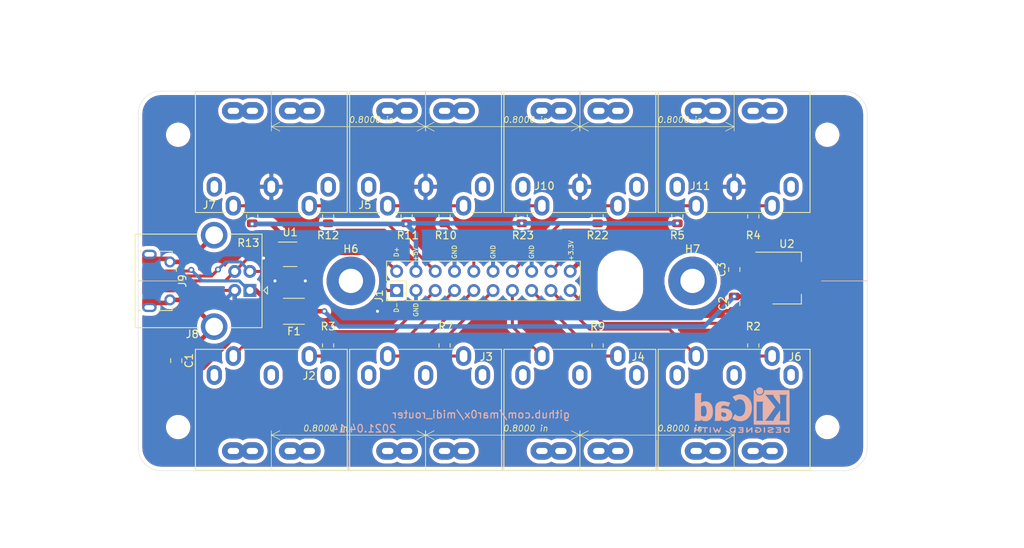
<source format=kicad_pcb>
(kicad_pcb (version 20171130) (host pcbnew "(5.1.8-0-10_14)")
  (layers (0 F.Cu signal) (31 B.Cu signal) (34 B.Paste user) (35 F.Paste user) (36 B.SilkS user) (37 F.SilkS user) (38 B.Mask user) (39 F.Mask user) (44 Edge.Cuts user))
  (net 0 "")
  (net 1 +5V)
  (net 2 GND)
  (net 3 "Net-(J2-Pad3)")
  (net 4 "Net-(J2-Pad1)")
  (net 5 "Net-(J2-Pad4)")
  (net 6 "Net-(J3-Pad4)")
  (net 7 "Net-(J3-Pad1)")
  (net 8 "Net-(J3-Pad3)")
  (net 9 "Net-(J4-Pad3)")
  (net 10 "Net-(J4-Pad1)")
  (net 11 "Net-(J4-Pad4)")
  (net 12 "Net-(J5-Pad4)")
  (net 13 "Net-(J5-Pad1)")
  (net 14 "Net-(J5-Pad3)")
  (net 15 "Net-(J5-Pad5)")
  (net 16 "Net-(J7-Pad5)")
  (net 17 "Net-(J7-Pad3)")
  (net 18 "Net-(J7-Pad1)")
  (net 19 "Net-(J7-Pad4)")
  (net 20 VBUS)
  (net 21 D-)
  (net 22 D+)
  (net 23 "Net-(J10-Pad4)")
  (net 24 "Net-(J10-Pad1)")
  (net 25 "Net-(J10-Pad3)")
  (net 26 "Net-(J10-Pad5)")
  (net 27 "Net-(J9-Pad4)")
  (net 28 SHLD)
  (net 29 OD-)
  (net 30 OD+)
  (net 31 IN1_D)
  (net 32 "Net-(J2-Pad2)")
  (net 33 IN2_D)
  (net 34 "Net-(J3-Pad2)")
  (net 35 IN3_D)
  (net 36 "Net-(J4-Pad2)")
  (net 37 IN1_5V)
  (net 38 IN2_5V)
  (net 39 IN3_5V)
  (net 40 OUT3)
  (net 41 OUT2)
  (net 42 OUT1)
  (net 43 OUT4)
  (net 44 IN4_D)
  (net 45 IN4_5V)
  (net 46 "Net-(J6-Pad3)")
  (net 47 "Net-(J6-Pad2)")
  (net 48 "Net-(J6-Pad1)")
  (net 49 "Net-(J6-Pad4)")
  (net 50 "Net-(J11-Pad4)")
  (net 51 "Net-(J11-Pad1)")
  (net 52 "Net-(J11-Pad3)")
  (net 53 "Net-(J11-Pad5)")
  (net 54 +3V3)
  (module lib:SurgeryHole_5x7mm (layer F.Cu) (at 163.5 115)
    (fp_text reference REF** hide)
    (fp_text value SurgeryHole_5x7mm hide)
    (pad "" np_thru_hole oval (at 0 0) (size 5 7) (drill oval 5 7) (layers *.Cu *.Mask))
  )
  (module Symbol:KiCad-Logo2_5mm_SilkScreen (layer B.Cu) (at 179.5 132 180)
    (fp_text reference REF** hide)
    (fp_text value KiCad-Logo2_5mm_SilkScreen hide)
  )
  (module lib:DIN5MIDI-OOTDTY (layer F.Cu) (at 130.34 102.6)
    (fp_text reference J5 (at -0.5 2.4) (layer F.SilkS))
    (fp_text value DIN-5_180degree)
    (pad "" thru_hole oval (at 12.5 -10) (size 3 2.3) (drill oval 1.5 0.8) (layers *.Cu *.Mask))
    (pad "" thru_hole oval (at 10 -10) (size 3 2.3) (drill oval 1.5 0.8) (layers *.Cu *.Mask))
    (pad "" thru_hole oval (at 5 -10) (size 3 2.3) (drill oval 1.5 0.8) (layers *.Cu *.Mask))
    (pad "" thru_hole oval (at 2.5 -10) (size 3 2.3) (drill oval 1.5 0.8) (layers *.Cu *.Mask))
    (pad 5 thru_hole oval (at 12.5 2.5) (size 2 2.6) (drill oval 1 1.6) (layers *.Cu *.Mask) (net 15 "Net-(J5-Pad5)"))
    (pad 3 thru_hole oval (at 15 0) (size 2 2.6) (drill oval 1 1.6) (layers *.Cu *.Mask) (net 14 "Net-(J5-Pad3)"))
    (pad 2 thru_hole oval (at 7.5 0) (size 2 2.6) (drill oval 1 1.6) (layers *.Cu *.Mask) (net 2 GND))
    (pad 1 thru_hole oval (at 0 0) (size 2 2.6) (drill oval 1 1.6) (layers *.Cu *.Mask) (net 13 "Net-(J5-Pad1)"))
    (pad 4 thru_hole oval (at 2.5 2.5) (size 2 2.6) (drill oval 1 1.6) (layers *.Cu *.Mask) (net 12 "Net-(J5-Pad4)"))
  )
  (module lib:DIN5MIDI-OOTDTY (layer F.Cu) (at 125.02 127.4 180)
    (fp_text reference J2 (at 2.52 -0.1) (layer F.SilkS))
    (fp_text value DIN-5_180degree)
    (pad "" thru_hole oval (at 12.5 -10 180) (size 3 2.3) (drill oval 1.5 0.8) (layers *.Cu *.Mask))
    (pad "" thru_hole oval (at 10 -10 180) (size 3 2.3) (drill oval 1.5 0.8) (layers *.Cu *.Mask))
    (pad "" thru_hole oval (at 5 -10 180) (size 3 2.3) (drill oval 1.5 0.8) (layers *.Cu *.Mask))
    (pad "" thru_hole oval (at 2.5 -10 180) (size 3 2.3) (drill oval 1.5 0.8) (layers *.Cu *.Mask))
    (pad 5 thru_hole oval (at 12.5 2.5 180) (size 2 2.6) (drill oval 1 1.6) (layers *.Cu *.Mask) (net 31 IN1_D))
    (pad 3 thru_hole oval (at 15 0 180) (size 2 2.6) (drill oval 1 1.6) (layers *.Cu *.Mask) (net 3 "Net-(J2-Pad3)"))
    (pad 2 thru_hole oval (at 7.5 0 180) (size 2 2.6) (drill oval 1 1.6) (layers *.Cu *.Mask) (net 32 "Net-(J2-Pad2)"))
    (pad 1 thru_hole oval (at 0 0 180) (size 2 2.6) (drill oval 1 1.6) (layers *.Cu *.Mask) (net 4 "Net-(J2-Pad1)"))
    (pad 4 thru_hole oval (at 2.5 2.5 180) (size 2 2.6) (drill oval 1 1.6) (layers *.Cu *.Mask) (net 5 "Net-(J2-Pad4)"))
  )
  (module lib:DIN5MIDI-OOTDTY (layer F.Cu) (at 145.34 127.4 180)
    (fp_text reference J3 (at -0.5 2.4) (layer F.SilkS))
    (fp_text value DIN-5_180degree)
    (pad "" thru_hole oval (at 12.5 -10 180) (size 3 2.3) (drill oval 1.5 0.8) (layers *.Cu *.Mask))
    (pad "" thru_hole oval (at 10 -10 180) (size 3 2.3) (drill oval 1.5 0.8) (layers *.Cu *.Mask))
    (pad "" thru_hole oval (at 5 -10 180) (size 3 2.3) (drill oval 1.5 0.8) (layers *.Cu *.Mask))
    (pad "" thru_hole oval (at 2.5 -10 180) (size 3 2.3) (drill oval 1.5 0.8) (layers *.Cu *.Mask))
    (pad 5 thru_hole oval (at 12.5 2.5 180) (size 2 2.6) (drill oval 1 1.6) (layers *.Cu *.Mask) (net 33 IN2_D))
    (pad 3 thru_hole oval (at 15 0 180) (size 2 2.6) (drill oval 1 1.6) (layers *.Cu *.Mask) (net 8 "Net-(J3-Pad3)"))
    (pad 2 thru_hole oval (at 7.5 0 180) (size 2 2.6) (drill oval 1 1.6) (layers *.Cu *.Mask) (net 34 "Net-(J3-Pad2)"))
    (pad 1 thru_hole oval (at 0 0 180) (size 2 2.6) (drill oval 1 1.6) (layers *.Cu *.Mask) (net 7 "Net-(J3-Pad1)"))
    (pad 4 thru_hole oval (at 2.5 2.5 180) (size 2 2.6) (drill oval 1 1.6) (layers *.Cu *.Mask) (net 6 "Net-(J3-Pad4)"))
  )
  (module lib:DIN5MIDI-OOTDTY (layer F.Cu) (at 165.66 127.4 180)
    (fp_text reference J4 (at -0.18 2.4) (layer F.SilkS))
    (fp_text value DIN-5_180degree)
    (pad "" thru_hole oval (at 12.5 -10 180) (size 3 2.3) (drill oval 1.5 0.8) (layers *.Cu *.Mask))
    (pad "" thru_hole oval (at 10 -10 180) (size 3 2.3) (drill oval 1.5 0.8) (layers *.Cu *.Mask))
    (pad "" thru_hole oval (at 5 -10 180) (size 3 2.3) (drill oval 1.5 0.8) (layers *.Cu *.Mask))
    (pad "" thru_hole oval (at 2.5 -10 180) (size 3 2.3) (drill oval 1.5 0.8) (layers *.Cu *.Mask))
    (pad 5 thru_hole oval (at 12.5 2.5 180) (size 2 2.6) (drill oval 1 1.6) (layers *.Cu *.Mask) (net 35 IN3_D))
    (pad 3 thru_hole oval (at 15 0 180) (size 2 2.6) (drill oval 1 1.6) (layers *.Cu *.Mask) (net 9 "Net-(J4-Pad3)"))
    (pad 2 thru_hole oval (at 7.5 0 180) (size 2 2.6) (drill oval 1 1.6) (layers *.Cu *.Mask) (net 36 "Net-(J4-Pad2)"))
    (pad 1 thru_hole oval (at 0 0 180) (size 2 2.6) (drill oval 1 1.6) (layers *.Cu *.Mask) (net 10 "Net-(J4-Pad1)"))
    (pad 4 thru_hole oval (at 2.5 2.5 180) (size 2 2.6) (drill oval 1 1.6) (layers *.Cu *.Mask) (net 11 "Net-(J4-Pad4)"))
  )
  (module lib:DIN5MIDI-OOTDTY (layer F.Cu) (at 110.02 102.6)
    (fp_text reference J7 (at -0.68 2.4) (layer F.SilkS))
    (fp_text value DIN-5_180degree)
    (pad "" thru_hole oval (at 12.5 -10) (size 3 2.3) (drill oval 1.5 0.8) (layers *.Cu *.Mask))
    (pad "" thru_hole oval (at 10 -10) (size 3 2.3) (drill oval 1.5 0.8) (layers *.Cu *.Mask))
    (pad "" thru_hole oval (at 5 -10) (size 3 2.3) (drill oval 1.5 0.8) (layers *.Cu *.Mask))
    (pad "" thru_hole oval (at 2.5 -10) (size 3 2.3) (drill oval 1.5 0.8) (layers *.Cu *.Mask))
    (pad 5 thru_hole oval (at 12.5 2.5) (size 2 2.6) (drill oval 1 1.6) (layers *.Cu *.Mask) (net 16 "Net-(J7-Pad5)"))
    (pad 3 thru_hole oval (at 15 0) (size 2 2.6) (drill oval 1 1.6) (layers *.Cu *.Mask) (net 17 "Net-(J7-Pad3)"))
    (pad 2 thru_hole oval (at 7.5 0) (size 2 2.6) (drill oval 1 1.6) (layers *.Cu *.Mask) (net 2 GND))
    (pad 1 thru_hole oval (at 0 0) (size 2 2.6) (drill oval 1 1.6) (layers *.Cu *.Mask) (net 18 "Net-(J7-Pad1)"))
    (pad 4 thru_hole oval (at 2.5 2.5) (size 2 2.6) (drill oval 1 1.6) (layers *.Cu *.Mask) (net 19 "Net-(J7-Pad4)"))
  )
  (module MountingHole:MountingHole_2.2mm_M2_ISO7380 (layer F.Cu) (at 105.25 95.75)
    (fp_text reference H1 hide)
    (fp_text value MountingHole hide)
    (pad 1 np_thru_hole circle (at 0 0) (size 2.2 2.2) (drill 2.2) (layers *.Cu *.Mask))
  )
  (module MountingHole:MountingHole_2.2mm_M2_ISO7380 (layer F.Cu) (at 105.25 134.25)
    (fp_text reference H2 hide)
    (fp_text value MountingHole hide)
    (pad 1 np_thru_hole circle (at 0 0) (size 2.2 2.2) (drill 2.2) (layers *.Cu *.Mask))
  )
  (module MountingHole:MountingHole_2.2mm_M2_ISO7380 (layer F.Cu) (at 190.75 95.75)
    (fp_text reference H3 hide)
    (fp_text value MountingHole hide)
    (pad 1 np_thru_hole circle (at 0 0) (size 2.2 2.2) (drill 2.2) (layers *.Cu *.Mask))
  )
  (module MountingHole:MountingHole_2.2mm_M2_ISO7380 (layer F.Cu) (at 190.75 134.25)
    (fp_text reference H4 hide)
    (fp_text value MountingHole hide)
    (pad 1 np_thru_hole circle (at 0 0) (size 2.2 2.2) (drill 2.2) (layers *.Cu *.Mask))
  )
  (module Fuse:Fuse_1812_4532Metric_Pad1.30x3.40mm_HandSolder (layer F.Cu) (at 120.5 119 180)
    (fp_text reference F1 (at 0 -2.65) (layer F.SilkS))
    (fp_text value MF-MSMF050-2)
    (pad 1 smd roundrect (at -2.225 0 180) (size 1.3 3.4) (layers F.Cu F.Paste F.Mask) (roundrect_rratio 0.1923069230769231) (net 1 +5V))
    (pad 2 smd roundrect (at 2.225 0 180) (size 1.3 3.4) (layers F.Cu F.Paste F.Mask) (roundrect_rratio 0.1923069230769231) (net 20 VBUS))
  )
  (module Connector_USB:USB_B_OST_USB-B1HSxx_Horizontal (layer F.Cu) (at 114.7 116.25 180)
    (fp_text reference J8 (at 7.594 -5.768) (layer F.SilkS))
    (fp_text value DS1099)
    (pad 1 thru_hole rect (at 0 0 180) (size 1.7 1.7) (drill 0.92) (layers *.Cu *.Mask) (net 20 VBUS))
    (pad 2 thru_hole circle (at 0 2.5 180) (size 1.7 1.7) (drill 0.92) (layers *.Cu *.Mask) (net 21 D-))
    (pad 3 thru_hole circle (at 2 2.5 180) (size 1.7 1.7) (drill 0.92) (layers *.Cu *.Mask) (net 22 D+))
    (pad 4 thru_hole circle (at 2 0 180) (size 1.7 1.7) (drill 0.92) (layers *.Cu *.Mask) (net 2 GND))
    (pad 5 thru_hole circle (at 4.71 -4.77 180) (size 3.5 3.5) (drill 2.33) (layers *.Cu *.Mask) (net 28 SHLD))
    (pad 5 thru_hole circle (at 4.71 7.27 180) (size 3.5 3.5) (drill 2.33) (layers *.Cu *.Mask) (net 28 SHLD))
  )
  (module Connector_USB:USB_Micro-B_Molex-105017-0001 (layer F.Cu) (at 102.7 115 270)
    (fp_text reference J9 (at 0 -3.1125 90) (layer F.SilkS))
    (fp_text value DS1099)
    (pad 6 smd rect (at 1 1.2375 270) (size 1.5 1.9) (layers F.Cu F.Paste F.Mask) (net 28 SHLD))
    (pad 6 thru_hole circle (at -2.5 -1.4625 270) (size 1.45 1.45) (drill 0.85) (layers *.Cu *.Mask) (net 28 SHLD))
    (pad 2 smd rect (at -0.65 -1.4625 270) (size 0.4 1.35) (layers F.Cu F.Paste F.Mask) (net 21 D-))
    (pad 1 smd rect (at -1.3 -1.4625 270) (size 0.4 1.35) (layers F.Cu F.Paste F.Mask) (net 20 VBUS))
    (pad 5 smd rect (at 1.3 -1.4625 270) (size 0.4 1.35) (layers F.Cu F.Paste F.Mask) (net 2 GND))
    (pad 4 smd rect (at 0.65 -1.4625 270) (size 0.4 1.35) (layers F.Cu F.Paste F.Mask) (net 27 "Net-(J9-Pad4)"))
    (pad 3 smd rect (at 0 -1.4625 270) (size 0.4 1.35) (layers F.Cu F.Paste F.Mask) (net 22 D+))
    (pad 6 thru_hole circle (at 2.5 -1.4625 270) (size 1.45 1.45) (drill 0.85) (layers *.Cu *.Mask) (net 28 SHLD))
    (pad 6 smd rect (at -1 1.2375 270) (size 1.5 1.9) (layers F.Cu F.Paste F.Mask) (net 28 SHLD))
    (pad 6 thru_hole oval (at -3.5 1.2375 90) (size 1.2 1.9) (drill oval 0.6 1.3) (layers *.Cu *.Mask) (net 28 SHLD))
    (pad 6 thru_hole oval (at 3.5 1.2375 270) (size 1.2 1.9) (drill oval 0.6 1.3) (layers *.Cu *.Mask) (net 28 SHLD))
    (pad 6 smd rect (at 2.9 1.2375 270) (size 1.2 1.9) (layers F.Cu F.Mask) (net 28 SHLD))
    (pad 6 smd rect (at -2.9 1.2375 270) (size 1.2 1.9) (layers F.Cu F.Mask) (net 28 SHLD))
  )
  (module lib:DIN5MIDI-OOTDTY (layer F.Cu) (at 150.66 102.6)
    (fp_text reference J10 (at 2.84 -0.1) (layer F.SilkS))
    (fp_text value DIN-5_180degree)
    (pad 4 thru_hole oval (at 2.5 2.5) (size 2 2.6) (drill oval 1 1.6) (layers *.Cu *.Mask) (net 23 "Net-(J10-Pad4)"))
    (pad 1 thru_hole oval (at 0 0) (size 2 2.6) (drill oval 1 1.6) (layers *.Cu *.Mask) (net 24 "Net-(J10-Pad1)"))
    (pad 2 thru_hole oval (at 7.5 0) (size 2 2.6) (drill oval 1 1.6) (layers *.Cu *.Mask) (net 2 GND))
    (pad 3 thru_hole oval (at 15 0) (size 2 2.6) (drill oval 1 1.6) (layers *.Cu *.Mask) (net 25 "Net-(J10-Pad3)"))
    (pad 5 thru_hole oval (at 12.5 2.5) (size 2 2.6) (drill oval 1 1.6) (layers *.Cu *.Mask) (net 26 "Net-(J10-Pad5)"))
    (pad "" thru_hole oval (at 2.5 -10) (size 3 2.3) (drill oval 1.5 0.8) (layers *.Cu *.Mask))
    (pad "" thru_hole oval (at 5 -10) (size 3 2.3) (drill oval 1.5 0.8) (layers *.Cu *.Mask))
    (pad "" thru_hole oval (at 10 -10) (size 3 2.3) (drill oval 1.5 0.8) (layers *.Cu *.Mask))
    (pad "" thru_hole oval (at 12.5 -10) (size 3 2.3) (drill oval 1.5 0.8) (layers *.Cu *.Mask))
  )
  (module Capacitor_SMD:C_0805_2012Metric (layer F.Cu) (at 105 125.5 270)
    (fp_text reference C1 (at 0 -1.68 90) (layer F.SilkS))
    (fp_text value 10nF)
    (pad 1 smd roundrect (at -0.95 0 270) (size 1 1.45) (layers F.Cu F.Paste F.Mask) (net 28 SHLD))
    (pad 2 smd roundrect (at 0.95 0 270) (size 1 1.45) (layers F.Cu F.Paste F.Mask) (net 2 GND))
  )
  (module Connector_PinHeader_2.54mm:PinHeader_2x10_P2.54mm_Vertical (layer F.Cu) (at 134.03 116.27 90)
    (fp_text reference J1 (at -0.73 -2.33 90) (layer F.SilkS))
    (fp_text value Conn_02x10_Odd_Even)
    (fp_text user D+ (at 5.08 -0.03 90) (layer F.SilkS) (effects (font (size 0.6 0.6) (thickness 0.1))))
    (fp_text user D- (at -2.23 -0.03 90) (layer F.SilkS) (effects (font (size 0.6 0.6) (thickness 0.1))))
    (fp_text user +5V (at 4.77 2.47 90) (layer F.SilkS) (effects (font (size 0.6 0.6) (thickness 0.1))))
    (fp_text user +3.3V (at 5.27 22.97 90) (layer F.SilkS) (effects (font (size 0.6 0.6) (thickness 0.1))))
    (fp_text user GND (at 5.08 7.62 90) (layer F.SilkS) (effects (font (size 0.6 0.6) (thickness 0.1))))
    (fp_text user GND (at -2.54 2.54 90) (layer F.SilkS) (effects (font (size 0.6 0.6) (thickness 0.1))))
    (fp_text user GND (at 5.08 12.7 90) (layer F.SilkS) (effects (font (size 0.6 0.6) (thickness 0.1))))
    (fp_text user GND (at 5.08 17.78 90) (layer F.SilkS) (effects (font (size 0.6 0.6) (thickness 0.1))))
    (pad 1 thru_hole rect (at 0 0 90) (size 1.7 1.7) (drill 1) (layers *.Cu *.Mask) (net 29 OD-))
    (pad 2 thru_hole oval (at 2.54 0 90) (size 1.7 1.7) (drill 1) (layers *.Cu *.Mask) (net 30 OD+))
    (pad 3 thru_hole oval (at 0 2.54 90) (size 1.7 1.7) (drill 1) (layers *.Cu *.Mask) (net 2 GND))
    (pad 4 thru_hole oval (at 2.54 2.54 90) (size 1.7 1.7) (drill 1) (layers *.Cu *.Mask) (net 1 +5V))
    (pad 5 thru_hole oval (at 0 5.08 90) (size 1.7 1.7) (drill 1) (layers *.Cu *.Mask) (net 31 IN1_D))
    (pad 6 thru_hole oval (at 2.54 5.08 90) (size 1.7 1.7) (drill 1) (layers *.Cu *.Mask) (net 43 OUT4))
    (pad 7 thru_hole oval (at 0 7.62 90) (size 1.7 1.7) (drill 1) (layers *.Cu *.Mask) (net 37 IN1_5V))
    (pad 8 thru_hole oval (at 2.54 7.62 90) (size 1.7 1.7) (drill 1) (layers *.Cu *.Mask) (net 2 GND))
    (pad 9 thru_hole oval (at 0 10.16 90) (size 1.7 1.7) (drill 1) (layers *.Cu *.Mask) (net 33 IN2_D))
    (pad 10 thru_hole oval (at 2.54 10.16 90) (size 1.7 1.7) (drill 1) (layers *.Cu *.Mask) (net 40 OUT3))
    (pad 11 thru_hole oval (at 0 12.7 90) (size 1.7 1.7) (drill 1) (layers *.Cu *.Mask) (net 38 IN2_5V))
    (pad 12 thru_hole oval (at 2.54 12.7 90) (size 1.7 1.7) (drill 1) (layers *.Cu *.Mask) (net 2 GND))
    (pad 13 thru_hole oval (at 0 15.24 90) (size 1.7 1.7) (drill 1) (layers *.Cu *.Mask) (net 35 IN3_D))
    (pad 14 thru_hole oval (at 2.54 15.24 90) (size 1.7 1.7) (drill 1) (layers *.Cu *.Mask) (net 41 OUT2))
    (pad 15 thru_hole oval (at 0 17.78 90) (size 1.7 1.7) (drill 1) (layers *.Cu *.Mask) (net 39 IN3_5V))
    (pad 16 thru_hole oval (at 2.54 17.78 90) (size 1.7 1.7) (drill 1) (layers *.Cu *.Mask) (net 2 GND))
    (pad 17 thru_hole oval (at 0 20.32 90) (size 1.7 1.7) (drill 1) (layers *.Cu *.Mask) (net 44 IN4_D))
    (pad 18 thru_hole oval (at 2.54 20.32 90) (size 1.7 1.7) (drill 1) (layers *.Cu *.Mask) (net 42 OUT1))
    (pad 19 thru_hole oval (at 0 22.86 90) (size 1.7 1.7) (drill 1) (layers *.Cu *.Mask) (net 45 IN4_5V))
    (pad 20 thru_hole oval (at 2.54 22.86 90) (size 1.7 1.7) (drill 1) (layers *.Cu *.Mask) (net 54 +3V3))
  )
  (module Package_TO_SOT_SMD:SOT-23-6 (layer F.Cu) (at 120 111.5)
    (fp_text reference U1 (at 0 -2.9) (layer F.SilkS))
    (fp_text value USBLC6-2SC6)
    (pad 1 smd rect (at -1.1 -0.95) (size 1.06 0.65) (layers F.Cu F.Paste F.Mask) (net 22 D+))
    (pad 2 smd rect (at -1.1 0) (size 1.06 0.65) (layers F.Cu F.Paste F.Mask) (net 2 GND))
    (pad 3 smd rect (at -1.1 0.95) (size 1.06 0.65) (layers F.Cu F.Paste F.Mask) (net 21 D-))
    (pad 4 smd rect (at 1.1 0.95) (size 1.06 0.65) (layers F.Cu F.Paste F.Mask) (net 29 OD-))
    (pad 6 smd rect (at 1.1 -0.95) (size 1.06 0.65) (layers F.Cu F.Paste F.Mask) (net 30 OD+))
    (pad 5 smd rect (at 1.1 0) (size 1.06 0.65) (layers F.Cu F.Paste F.Mask) (net 1 +5V))
  )
  (module Resistor_SMD:R_0805_2012Metric (layer F.Cu) (at 125 123.5 270)
    (fp_text reference R3 (at -2.5 0 180) (layer F.SilkS))
    (fp_text value 220)
    (pad 1 smd roundrect (at -0.9125 0 270) (size 1.025 1.4) (layers F.Cu F.Paste F.Mask) (roundrect_rratio 0.2439014634146341) (net 37 IN1_5V))
    (pad 2 smd roundrect (at 0.9125 0 270) (size 1.025 1.4) (layers F.Cu F.Paste F.Mask) (roundrect_rratio 0.2439014634146341) (net 5 "Net-(J2-Pad4)"))
  )
  (module Resistor_SMD:R_0805_2012Metric (layer F.Cu) (at 140.34 123.5 270)
    (fp_text reference R7 (at -2.5 -0.16 180) (layer F.SilkS))
    (fp_text value 220)
    (pad 2 smd roundrect (at 0.9125 0 270) (size 1.025 1.4) (layers F.Cu F.Paste F.Mask) (roundrect_rratio 0.2439014634146341) (net 6 "Net-(J3-Pad4)"))
    (pad 1 smd roundrect (at -0.9125 0 270) (size 1.025 1.4) (layers F.Cu F.Paste F.Mask) (roundrect_rratio 0.2439014634146341) (net 38 IN2_5V))
  )
  (module Resistor_SMD:R_0805_2012Metric (layer F.Cu) (at 160.5 123.5 270)
    (fp_text reference R9 (at -2.5 0 180) (layer F.SilkS))
    (fp_text value 220)
    (pad 1 smd roundrect (at -0.9125 0 270) (size 1.025 1.4) (layers F.Cu F.Paste F.Mask) (roundrect_rratio 0.2439014634146341) (net 39 IN3_5V))
    (pad 2 smd roundrect (at 0.9125 0 270) (size 1.025 1.4) (layers F.Cu F.Paste F.Mask) (roundrect_rratio 0.2439014634146341) (net 11 "Net-(J4-Pad4)"))
  )
  (module Resistor_SMD:R_0805_2012Metric (layer F.Cu) (at 140.34 106.5 270)
    (fp_text reference R10 (at 2.5 -0.16 180) (layer F.SilkS))
    (fp_text value 220)
    (pad 2 smd roundrect (at 0.9125 0 270) (size 1.025 1.4) (layers F.Cu F.Paste F.Mask) (roundrect_rratio 0.2439014634146341) (net 40 OUT3))
    (pad 1 smd roundrect (at -0.9125 0 270) (size 1.025 1.4) (layers F.Cu F.Paste F.Mask) (roundrect_rratio 0.2439014634146341) (net 15 "Net-(J5-Pad5)"))
  )
  (module Resistor_SMD:R_0805_2012Metric (layer F.Cu) (at 135.34 106.5 90)
    (fp_text reference R11 (at -2.5 0.16 180) (layer F.SilkS))
    (fp_text value 220)
    (pad 2 smd roundrect (at 0.9125 0 90) (size 1.025 1.4) (layers F.Cu F.Paste F.Mask) (roundrect_rratio 0.2439014634146341) (net 12 "Net-(J5-Pad4)"))
    (pad 1 smd roundrect (at -0.9125 0 90) (size 1.025 1.4) (layers F.Cu F.Paste F.Mask) (roundrect_rratio 0.2439014634146341) (net 1 +5V))
  )
  (module Resistor_SMD:R_0805_2012Metric (layer F.Cu) (at 125 106.5 270)
    (fp_text reference R12 (at 2.5 0 180) (layer F.SilkS))
    (fp_text value 220)
    (pad 1 smd roundrect (at -0.9125 0 270) (size 1.025 1.4) (layers F.Cu F.Paste F.Mask) (roundrect_rratio 0.2439014634146341) (net 16 "Net-(J7-Pad5)"))
    (pad 2 smd roundrect (at 0.9125 0 270) (size 1.025 1.4) (layers F.Cu F.Paste F.Mask) (roundrect_rratio 0.2439014634146341) (net 43 OUT4))
  )
  (module Resistor_SMD:R_0805_2012Metric (layer F.Cu) (at 115 106.5 90)
    (fp_text reference R13 (at -3.5 -0.5 180) (layer F.SilkS))
    (fp_text value 220)
    (pad 1 smd roundrect (at -0.9125 0 90) (size 1.025 1.4) (layers F.Cu F.Paste F.Mask) (roundrect_rratio 0.2439014634146341) (net 1 +5V))
    (pad 2 smd roundrect (at 0.9125 0 90) (size 1.025 1.4) (layers F.Cu F.Paste F.Mask) (roundrect_rratio 0.2439014634146341) (net 19 "Net-(J7-Pad4)"))
  )
  (module Resistor_SMD:R_0805_2012Metric (layer F.Cu) (at 160.5 106.5 270)
    (fp_text reference R22 (at 2.5 0 180) (layer F.SilkS))
    (fp_text value 220)
    (pad 2 smd roundrect (at 0.9125 0 270) (size 1.025 1.4) (layers F.Cu F.Paste F.Mask) (roundrect_rratio 0.2439014634146341) (net 41 OUT2))
    (pad 1 smd roundrect (at -0.9125 0 270) (size 1.025 1.4) (layers F.Cu F.Paste F.Mask) (roundrect_rratio 0.2439014634146341) (net 26 "Net-(J10-Pad5)"))
  )
  (module Resistor_SMD:R_0805_2012Metric (layer F.Cu) (at 150.5 106.5 90)
    (fp_text reference R23 (at -2.5 0.16 180) (layer F.SilkS))
    (fp_text value 220)
    (pad 1 smd roundrect (at -0.9125 0 90) (size 1.025 1.4) (layers F.Cu F.Paste F.Mask) (roundrect_rratio 0.2439014634146341) (net 1 +5V))
    (pad 2 smd roundrect (at 0.9125 0 90) (size 1.025 1.4) (layers F.Cu F.Paste F.Mask) (roundrect_rratio 0.2439014634146341) (net 23 "Net-(J10-Pad4)"))
  )
  (module MountingHole:MountingHole_3.2mm_M3_Pad (layer F.Cu) (at 128 115)
    (fp_text reference H6 (at 0 -4.2) (layer F.SilkS))
    (fp_text value MountingHole)
    (pad 1 thru_hole circle (at 0 0) (size 6.4 6.4) (drill 3.2) (layers *.Cu *.Mask))
  )
  (module MountingHole:MountingHole_3.2mm_M3_Pad (layer F.Cu) (at 173 115)
    (fp_text reference H7 (at 0 -4.2) (layer F.SilkS))
    (fp_text value MountingHole)
    (pad 1 thru_hole circle (at 0 0) (size 6.4 6.4) (drill 3.2) (layers *.Cu *.Mask))
  )
  (module lib:DIN5MIDI-OOTDTY (layer F.Cu) (at 185.98 127.4 180)
    (fp_text reference J6 (at -0.52 2.4) (layer F.SilkS))
    (fp_text value DIN-5_180degree)
    (pad "" thru_hole oval (at 12.5 -10 180) (size 3 2.3) (drill oval 1.5 0.8) (layers *.Cu *.Mask))
    (pad "" thru_hole oval (at 10 -10 180) (size 3 2.3) (drill oval 1.5 0.8) (layers *.Cu *.Mask))
    (pad "" thru_hole oval (at 5 -10 180) (size 3 2.3) (drill oval 1.5 0.8) (layers *.Cu *.Mask))
    (pad "" thru_hole oval (at 2.5 -10 180) (size 3 2.3) (drill oval 1.5 0.8) (layers *.Cu *.Mask))
    (pad 5 thru_hole oval (at 12.5 2.5 180) (size 2 2.6) (drill oval 1 1.6) (layers *.Cu *.Mask) (net 44 IN4_D))
    (pad 3 thru_hole oval (at 15 0 180) (size 2 2.6) (drill oval 1 1.6) (layers *.Cu *.Mask) (net 46 "Net-(J6-Pad3)"))
    (pad 2 thru_hole oval (at 7.5 0 180) (size 2 2.6) (drill oval 1 1.6) (layers *.Cu *.Mask) (net 47 "Net-(J6-Pad2)"))
    (pad 1 thru_hole oval (at 0 0 180) (size 2 2.6) (drill oval 1 1.6) (layers *.Cu *.Mask) (net 48 "Net-(J6-Pad1)"))
    (pad 4 thru_hole oval (at 2.5 2.5 180) (size 2 2.6) (drill oval 1 1.6) (layers *.Cu *.Mask) (net 49 "Net-(J6-Pad4)"))
  )
  (module lib:DIN5MIDI-OOTDTY (layer F.Cu) (at 170.98 102.6)
    (fp_text reference J11 (at 3.02 -0.1) (layer F.SilkS))
    (fp_text value DIN-5_180degree)
    (pad 4 thru_hole oval (at 2.5 2.5) (size 2 2.6) (drill oval 1 1.6) (layers *.Cu *.Mask) (net 50 "Net-(J11-Pad4)"))
    (pad 1 thru_hole oval (at 0 0) (size 2 2.6) (drill oval 1 1.6) (layers *.Cu *.Mask) (net 51 "Net-(J11-Pad1)"))
    (pad 2 thru_hole oval (at 7.5 0) (size 2 2.6) (drill oval 1 1.6) (layers *.Cu *.Mask) (net 2 GND))
    (pad 3 thru_hole oval (at 15 0) (size 2 2.6) (drill oval 1 1.6) (layers *.Cu *.Mask) (net 52 "Net-(J11-Pad3)"))
    (pad 5 thru_hole oval (at 12.5 2.5) (size 2 2.6) (drill oval 1 1.6) (layers *.Cu *.Mask) (net 53 "Net-(J11-Pad5)"))
    (pad "" thru_hole oval (at 2.5 -10) (size 3 2.3) (drill oval 1.5 0.8) (layers *.Cu *.Mask))
    (pad "" thru_hole oval (at 5 -10) (size 3 2.3) (drill oval 1.5 0.8) (layers *.Cu *.Mask))
    (pad "" thru_hole oval (at 10 -10) (size 3 2.3) (drill oval 1.5 0.8) (layers *.Cu *.Mask))
    (pad "" thru_hole oval (at 12.5 -10) (size 3 2.3) (drill oval 1.5 0.8) (layers *.Cu *.Mask))
  )
  (module Resistor_SMD:R_0805_2012Metric (layer F.Cu) (at 181 123.5 270)
    (fp_text reference R2 (at -2.5 0 180) (layer F.SilkS))
    (fp_text value 220)
    (pad 2 smd roundrect (at 0.9125 0 270) (size 1.025 1.4) (layers F.Cu F.Paste F.Mask) (roundrect_rratio 0.2439014634146341) (net 49 "Net-(J6-Pad4)"))
    (pad 1 smd roundrect (at -0.9125 0 270) (size 1.025 1.4) (layers F.Cu F.Paste F.Mask) (roundrect_rratio 0.2439014634146341) (net 45 IN4_5V))
  )
  (module Resistor_SMD:R_0805_2012Metric (layer F.Cu) (at 181 106.5 270)
    (fp_text reference R4 (at 2.5 0 180) (layer F.SilkS))
    (fp_text value 220)
    (pad 1 smd roundrect (at -0.9125 0 270) (size 1.025 1.4) (layers F.Cu F.Paste F.Mask) (roundrect_rratio 0.2439014634146341) (net 53 "Net-(J11-Pad5)"))
    (pad 2 smd roundrect (at 0.9125 0 270) (size 1.025 1.4) (layers F.Cu F.Paste F.Mask) (roundrect_rratio 0.2439014634146341) (net 42 OUT1))
  )
  (module Resistor_SMD:R_0805_2012Metric (layer F.Cu) (at 171 106.5 90)
    (fp_text reference R5 (at -2.5 0 180) (layer F.SilkS))
    (fp_text value 220)
    (pad 2 smd roundrect (at 0.9125 0 90) (size 1.025 1.4) (layers F.Cu F.Paste F.Mask) (roundrect_rratio 0.2439014634146341) (net 50 "Net-(J11-Pad4)"))
    (pad 1 smd roundrect (at -0.9125 0 90) (size 1.025 1.4) (layers F.Cu F.Paste F.Mask) (roundrect_rratio 0.2439014634146341) (net 1 +5V))
  )
  (module Capacitor_SMD:C_0805_2012Metric (layer F.Cu) (at 178.5 118 270)
    (fp_text reference C2 (at 0 1.5 90) (layer F.SilkS))
    (fp_text value 0.1u)
    (pad 1 smd roundrect (at -0.95 0 270) (size 1 1.45) (layers F.Cu F.Paste F.Mask) (net 1 +5V))
    (pad 2 smd roundrect (at 0.95 0 270) (size 1 1.45) (layers F.Cu F.Paste F.Mask) (net 2 GND))
  )
  (module Capacitor_SMD:C_0805_2012Metric (layer F.Cu) (at 178.5 113.5 90)
    (fp_text reference C3 (at 0 -1.68 90) (layer F.SilkS))
    (fp_text value 10u)
    (pad 2 smd roundrect (at 0.95 0 90) (size 1 1.45) (layers F.Cu F.Paste F.Mask) (net 2 GND))
    (pad 1 smd roundrect (at -0.95 0 90) (size 1 1.45) (layers F.Cu F.Paste F.Mask) (net 54 +3V3))
  )
  (module Package_TO_SOT_SMD:SOT-223-3_TabPin2 (layer F.Cu) (at 185.425001 114.625001)
    (fp_text reference U2 (at 0 -4.5) (layer F.SilkS))
    (fp_text value LD1117S33TR_SOT223)
    (pad 2 smd rect (at 3.15 0) (size 2 3.8) (layers F.Cu F.Paste F.Mask) (net 54 +3V3))
    (pad 2 smd rect (at -3.15 0) (size 2 1.5) (layers F.Cu F.Paste F.Mask) (net 54 +3V3))
    (pad 3 smd rect (at -3.15 2.3) (size 2 1.5) (layers F.Cu F.Paste F.Mask) (net 1 +5V))
    (pad 1 smd rect (at -3.15 -2.3) (size 2 1.5) (layers F.Cu F.Paste F.Mask) (net 2 GND))
  )
  (dimension 20.32 (width 0.08) (layer F.SilkS) (gr_text "  20.32 mm" (at 168.32 95.66) (layer F.SilkS) (effects (font (size 0.8 0.8) (thickness 0.1) italic) (justify left))) (feature1 (pts (xy 158.16 90.029999) (xy 158.16 95.266421))) (feature2 (pts (xy 178.48 90.029999) (xy 178.48 95.266421))) (crossbar (pts (xy 178.48 94.68) (xy 158.16 94.68))) (arrow1a (pts (xy 158.16 94.68) (xy 159.286504 94.093579))) (arrow1b (pts (xy 158.16 94.68) (xy 159.286504 95.266421))) (arrow2a (pts (xy 178.48 94.68) (xy 177.353496 94.093579))) (arrow2b (pts (xy 178.48 94.68) (xy 177.353496 95.266421))))
  (dimension 20.32 (width 0.08) (layer F.SilkS) (gr_text "  20.32 mm" (at 168.32 134.34) (layer F.SilkS) (effects (font (size 0.8 0.8) (thickness 0.1) italic) (justify left))) (feature1 (pts (xy 178.48 139.970001) (xy 178.48 134.733579))) (feature2 (pts (xy 158.16 139.970001) (xy 158.16 134.733579))) (crossbar (pts (xy 158.16 135.32) (xy 178.48 135.32))) (arrow1a (pts (xy 178.48 135.32) (xy 177.353496 135.906421))) (arrow1b (pts (xy 178.48 135.32) (xy 177.353496 134.733579))) (arrow2a (pts (xy 158.16 135.32) (xy 159.286504 135.906421))) (arrow2b (pts (xy 158.16 135.32) (xy 159.286504 134.733579))))
  (dimension 20.32 (width 0.08) (layer F.SilkS) (gr_text "  20.32 mm" (at 148 95.66) (layer F.SilkS) (effects (font (size 0.8 0.8) (thickness 0.1) italic) (justify left))) (feature1 (pts (xy 137.84 90.029999) (xy 137.84 95.266421))) (feature2 (pts (xy 158.16 90.029999) (xy 158.16 95.266421))) (crossbar (pts (xy 158.16 94.68) (xy 137.84 94.68))) (arrow1a (pts (xy 137.84 94.68) (xy 138.966504 94.093579))) (arrow1b (pts (xy 137.84 94.68) (xy 138.966504 95.266421))) (arrow2a (pts (xy 158.16 94.68) (xy 157.033496 94.093579))) (arrow2b (pts (xy 158.16 94.68) (xy 157.033496 95.266421))))
  (gr_line (start 158.16 94) (end 158.16 90) (layer B.SilkS) (width 0.07))
  (gr_line (start 168.32 140) (end 168.32 136) (layer B.SilkS) (width 0.07))
  (gr_line (start 127.68 140) (end 127.68 136) (layer B.SilkS) (width 0.07))
  (gr_line (start 148 140) (end 148 136) (layer B.SilkS) (width 0.07))
  (gr_line (start 117.52 94) (end 117.52 90) (layer B.SilkS) (width 0.07))
  (gr_line (start 137.84 94) (end 137.84 90) (layer B.SilkS) (width 0.07))
  (gr_line (start 100 115) (end 106 115) (layer B.SilkS) (width 0.07))
  (gr_line (start 190 115) (end 196 115) (layer B.SilkS) (width 0.07))
  (gr_line (start 100 115) (end 105 115) (layer F.SilkS) (width 0.07))
  (gr_line (start 190 115) (end 196 115) (layer F.SilkS) (width 0.07))
  (dimension 20.32 (width 0.08) (layer F.SilkS) (gr_text "  20.32 mm" (at 127.68 95.66) (layer F.SilkS) (effects (font (size 0.8 0.8) (thickness 0.1) italic) (justify left))) (feature1 (pts (xy 117.52 90.029999) (xy 117.52 95.266421))) (feature2 (pts (xy 137.84 90.029999) (xy 137.84 95.266421))) (crossbar (pts (xy 137.84 94.68) (xy 117.52 94.68))) (arrow1a (pts (xy 117.52 94.68) (xy 118.646504 94.093579))) (arrow1b (pts (xy 117.52 94.68) (xy 118.646504 95.266421))) (arrow2a (pts (xy 137.84 94.68) (xy 136.713496 94.093579))) (arrow2b (pts (xy 137.84 94.68) (xy 136.713496 95.266421))))
  (dimension 20.32 (width 0.08) (layer F.SilkS) (gr_text "20.32 mm  " (at 127.68 134.34) (layer F.SilkS) (effects (font (size 0.8 0.8) (thickness 0.1) italic) (justify right))) (feature1 (pts (xy 137.84 139.970001) (xy 137.84 134.733579))) (feature2 (pts (xy 117.52 139.970001) (xy 117.52 134.733579))) (crossbar (pts (xy 117.52 135.32) (xy 137.84 135.32))) (arrow1a (pts (xy 137.84 135.32) (xy 136.713496 135.906421))) (arrow1b (pts (xy 137.84 135.32) (xy 136.713496 134.733579))) (arrow2a (pts (xy 117.52 135.32) (xy 118.646504 135.906421))) (arrow2b (pts (xy 117.52 135.32) (xy 118.646504 134.733579))))
  (dimension 20.32 (width 0.08) (layer F.SilkS) (gr_text "  20.32 mm" (at 148 134.34) (layer F.SilkS) (effects (font (size 0.8 0.8) (thickness 0.1) italic) (justify left))) (feature1 (pts (xy 158.16 139.970001) (xy 158.16 134.733579))) (feature2 (pts (xy 137.84 139.970001) (xy 137.84 134.733579))) (crossbar (pts (xy 137.84 135.32) (xy 158.16 135.32))) (arrow1a (pts (xy 158.16 135.32) (xy 157.033496 135.906421))) (arrow1b (pts (xy 158.16 135.32) (xy 157.033496 134.733579))) (arrow2a (pts (xy 137.84 135.32) (xy 138.966504 135.906421))) (arrow2b (pts (xy 137.84 135.32) (xy 138.966504 134.733579))))
  (gr_text github.com/mar0x/midi_router (at 145.15 132.6) (layer B.SilkS) (effects (font (size 1 1)) (justify mirror)))
  (gr_text 2021.04.14 (at 129.7 134.45) (layer B.SilkS) (effects (font (size 1 1)) (justify mirror)))
  (gr_arc (start 193 93) (end 196 93) (angle -90) (layer Edge.Cuts) (width 0.05))
  (gr_arc (start 193 137) (end 193 140) (angle -90) (layer Edge.Cuts) (width 0.05))
  (gr_arc (start 103 137) (end 100 137) (angle -90) (layer Edge.Cuts) (width 0.05))
  (gr_arc (start 103 93) (end 103 90) (angle -90) (layer Edge.Cuts) (width 0.05))
  (gr_line (start 100 137) (end 100 93) (layer Edge.Cuts) (width 0.05))
  (gr_line (start 193 140) (end 103 140) (layer Edge.Cuts) (width 0.05))
  (gr_line (start 196 93) (end 196 137) (layer Edge.Cuts) (width 0.05))
  (gr_line (start 103 90) (end 193 90) (layer Edge.Cuts) (width 0.05))
  (segment (start 182.150002 117.05) (end 182.275001 116.925001) (width 0.6) (layer F.Cu) (net 1))
  (segment (start 178.5 117.05) (end 182.150002 117.05) (width 0.6) (layer F.Cu) (net 1))
  (segment (start 120.069999 111.724999) (end 120.294998 111.5) (width 0.6) (layer F.Cu) (net 1))
  (segment (start 120.069999 116.344999) (end 120.069999 111.724999) (width 0.6) (layer F.Cu) (net 1))
  (segment (start 122.725 119) (end 120.069999 116.344999) (width 0.6) (layer F.Cu) (net 1))
  (via (at 124.5 119) (size 0.8) (drill 0.4) (layers F.Cu B.Cu) (net 1))
  (segment (start 122.725 119) (end 124.5 119) (width 0.6) (layer F.Cu) (net 1))
  (via (at 178.5 117.05) (size 0.8) (drill 0.4) (layers F.Cu B.Cu) (net 1))
  (via (at 115 107.5) (size 0.8) (drill 0.4) (layers F.Cu B.Cu) (net 1))
  (segment (start 115 107.4125) (end 115 107.5) (width 0.6) (layer F.Cu) (net 1))
  (segment (start 135.2525 107.5) (end 135.34 107.4125) (width 0.6) (layer B.Cu) (net 1))
  (segment (start 115 107.5) (end 135.2525 107.5) (width 0.6) (layer B.Cu) (net 1))
  (segment (start 120.294998 111.5) (end 121.1 111.5) (width 0.6) (layer F.Cu) (net 1))
  (segment (start 120.069999 111.275001) (end 120.294998 111.5) (width 0.6) (layer F.Cu) (net 1))
  (segment (start 117.5 107.5) (end 120.069999 110.069999) (width 0.6) (layer F.Cu) (net 1))
  (segment (start 120.069999 110.069999) (end 120.069999 111.275001) (width 0.6) (layer F.Cu) (net 1))
  (segment (start 115 107.5) (end 117.5 107.5) (width 0.6) (layer F.Cu) (net 1))
  (segment (start 174.55 121) (end 178.5 117.05) (width 0.6) (layer B.Cu) (net 1))
  (segment (start 126.5 121) (end 174.55 121) (width 0.6) (layer B.Cu) (net 1))
  (segment (start 124.5 119) (end 126.5 121) (width 0.6) (layer B.Cu) (net 1))
  (via (at 150.5 107.4125) (size 0.8) (drill 0.4) (layers F.Cu B.Cu) (net 1))
  (segment (start 135.34 107.4125) (end 150.5 107.4125) (width 0.6) (layer B.Cu) (net 1))
  (via (at 171 107.4125) (size 0.8) (drill 0.4) (layers F.Cu B.Cu) (net 1))
  (segment (start 150.5 107.4125) (end 171 107.4125) (width 0.6) (layer B.Cu) (net 1))
  (via (at 135.2525 107.5) (size 0.8) (drill 0.4) (layers F.Cu B.Cu) (net 1))
  (segment (start 136.57 108.8175) (end 135.2525 107.5) (width 0.6) (layer B.Cu) (net 1))
  (segment (start 136.57 113.73) (end 136.57 108.8175) (width 0.6) (layer B.Cu) (net 1))
  (segment (start 108.548666 126.45) (end 105 126.45) (width 0.6) (layer F.Cu) (net 2))
  (segment (start 112.7 122.298666) (end 108.548666 126.45) (width 0.6) (layer F.Cu) (net 2))
  (segment (start 112.7 116.25) (end 112.7 122.298666) (width 0.6) (layer F.Cu) (net 2))
  (via (at 116.5 112) (size 0.8) (drill 0.4) (layers F.Cu B.Cu) (net 2))
  (segment (start 116.5 117.050002) (end 116.5 112) (width 0.6) (layer B.Cu) (net 2))
  (segment (start 112.84792 117.600001) (end 115.950001 117.600001) (width 0.6) (layer B.Cu) (net 2))
  (segment (start 112.7 117.452081) (end 112.84792 117.600001) (width 0.6) (layer B.Cu) (net 2))
  (segment (start 115.950001 117.600001) (end 116.5 117.050002) (width 0.6) (layer B.Cu) (net 2))
  (segment (start 112.7 116.25) (end 112.7 117.452081) (width 0.6) (layer B.Cu) (net 2))
  (segment (start 117 111.5) (end 118.9 111.5) (width 0.6) (layer F.Cu) (net 2))
  (segment (start 116.5 112) (end 117 111.5) (width 0.6) (layer F.Cu) (net 2))
  (segment (start 104.2125 116.25) (end 104.1625 116.3) (width 0.4) (layer F.Cu) (net 2))
  (segment (start 112.7 116.25) (end 104.2125 116.25) (width 0.4) (layer F.Cu) (net 2))
  (via (at 122 115) (size 0.8) (drill 0.4) (layers F.Cu B.Cu) (net 2))
  (via (at 118 115) (size 0.8) (drill 0.4) (layers F.Cu B.Cu) (net 2))
  (via (at 131.5 119) (size 0.8) (drill 0.4) (layers F.Cu B.Cu) (net 2))
  (segment (start 124.5125 124.9) (end 125 124.4125) (width 0.4) (layer F.Cu) (net 5))
  (segment (start 122.52 124.9) (end 124.5125 124.9) (width 0.4) (layer F.Cu) (net 5))
  (segment (start 140.8275 124.9) (end 140.34 124.4125) (width 0.4) (layer F.Cu) (net 6))
  (segment (start 142.84 124.9) (end 140.8275 124.9) (width 0.4) (layer F.Cu) (net 6))
  (segment (start 160.9875 124.9) (end 160.5 124.4125) (width 0.4) (layer F.Cu) (net 11))
  (segment (start 163.16 124.9) (end 160.9875 124.9) (width 0.4) (layer F.Cu) (net 11))
  (segment (start 134.8525 105.1) (end 135.34 105.5875) (width 0.4) (layer F.Cu) (net 12))
  (segment (start 132.84 105.1) (end 134.8525 105.1) (width 0.4) (layer F.Cu) (net 12))
  (segment (start 140.8275 105.1) (end 140.34 105.5875) (width 0.4) (layer F.Cu) (net 15))
  (segment (start 142.84 105.1) (end 140.8275 105.1) (width 0.4) (layer F.Cu) (net 15))
  (segment (start 124.5125 105.1) (end 125 105.5875) (width 0.4) (layer F.Cu) (net 16))
  (segment (start 122.52 105.1) (end 124.5125 105.1) (width 0.4) (layer F.Cu) (net 16))
  (segment (start 114.5125 105.1) (end 115 105.5875) (width 0.4) (layer F.Cu) (net 19))
  (segment (start 112.52 105.1) (end 114.5125 105.1) (width 0.4) (layer F.Cu) (net 19))
  (segment (start 115.525 116.25) (end 118.275 119) (width 0.6) (layer F.Cu) (net 20))
  (segment (start 114.7 116.25) (end 115.525 116.25) (width 0.6) (layer F.Cu) (net 20))
  (segment (start 114.550002 116.25) (end 113.300002 115) (width 0.4) (layer B.Cu) (net 20))
  (segment (start 114.7 116.25) (end 114.550002 116.25) (width 0.4) (layer B.Cu) (net 20))
  (segment (start 113.300002 115) (end 108.757 115) (width 0.4) (layer B.Cu) (net 20))
  (via (at 106.979 113.55) (size 0.8) (drill 0.4) (layers F.Cu B.Cu) (net 20))
  (segment (start 108.429 115) (end 106.979 113.55) (width 0.4) (layer B.Cu) (net 20))
  (segment (start 108.757 115) (end 108.429 115) (width 0.4) (layer B.Cu) (net 20))
  (segment (start 106.829 113.7) (end 104.1625 113.7) (width 0.4) (layer F.Cu) (net 20))
  (segment (start 106.979 113.55) (end 106.829 113.7) (width 0.4) (layer F.Cu) (net 20))
  (segment (start 117.6 113.75) (end 118.9 112.45) (width 0.4) (layer F.Cu) (net 21))
  (segment (start 114.7 113.75) (end 117.6 113.75) (width 0.4) (layer F.Cu) (net 21))
  (segment (start 109.65 114.35) (end 110.5 113.5) (width 0.4) (layer F.Cu) (net 21))
  (via (at 110.5 113.5) (size 0.8) (drill 0.4) (layers F.Cu B.Cu) (net 21))
  (segment (start 104.1625 114.35) (end 109.65 114.35) (width 0.4) (layer F.Cu) (net 21))
  (segment (start 113.449999 112.499999) (end 114.7 113.75) (width 0.4) (layer B.Cu) (net 21))
  (segment (start 111.500001 112.499999) (end 113.449999 112.499999) (width 0.4) (layer B.Cu) (net 21))
  (segment (start 110.5 113.5) (end 111.500001 112.499999) (width 0.4) (layer B.Cu) (net 21))
  (segment (start 115.9 110.55) (end 118.9 110.55) (width 0.4) (layer F.Cu) (net 22))
  (segment (start 112.7 113.75) (end 115.9 110.55) (width 0.4) (layer F.Cu) (net 22))
  (segment (start 111.45 115) (end 112.7 113.75) (width 0.4) (layer F.Cu) (net 22))
  (segment (start 104.1625 115) (end 111.45 115) (width 0.4) (layer F.Cu) (net 22))
  (segment (start 150.9875 105.1) (end 150.5 105.5875) (width 0.4) (layer F.Cu) (net 23))
  (segment (start 153.16 105.1) (end 150.9875 105.1) (width 0.4) (layer F.Cu) (net 23))
  (segment (start 160.9875 105.1) (end 160.5 105.5875) (width 0.4) (layer F.Cu) (net 26))
  (segment (start 163.16 105.1) (end 160.9875 105.1) (width 0.4) (layer F.Cu) (net 26))
  (segment (start 103.7625 117.9) (end 104.1625 117.5) (width 0.6) (layer F.Cu) (net 28))
  (segment (start 101.4625 117.9) (end 103.7625 117.9) (width 0.6) (layer F.Cu) (net 28))
  (segment (start 103.7625 112.1) (end 104.1625 112.5) (width 0.6) (layer F.Cu) (net 28))
  (segment (start 101.4625 112.1) (end 103.7625 112.1) (width 0.6) (layer F.Cu) (net 28))
  (segment (start 101.4625 114) (end 101.4625 112.1) (width 0.6) (layer F.Cu) (net 28))
  (segment (start 101.4625 116) (end 101.4625 114) (width 0.6) (layer F.Cu) (net 28))
  (segment (start 101.4625 116) (end 101.4625 117.9) (width 0.6) (layer F.Cu) (net 28))
  (segment (start 101.4625 117.9) (end 101.4625 118.5) (width 0.6) (layer F.Cu) (net 28))
  (segment (start 101.4625 112.1) (end 101.4625 111.5) (width 0.6) (layer F.Cu) (net 28))
  (segment (start 106.47 112.5) (end 109.99 108.98) (width 0.6) (layer F.Cu) (net 28))
  (segment (start 104.1625 112.5) (end 106.47 112.5) (width 0.6) (layer F.Cu) (net 28))
  (segment (start 106.47 117.5) (end 109.99 121.02) (width 0.6) (layer F.Cu) (net 28))
  (segment (start 104.1625 117.5) (end 106.47 117.5) (width 0.6) (layer F.Cu) (net 28))
  (segment (start 106.46 124.55) (end 109.99 121.02) (width 0.6) (layer F.Cu) (net 28))
  (segment (start 105 124.55) (end 106.46 124.55) (width 0.6) (layer F.Cu) (net 28))
  (segment (start 124.769 112.45) (end 121.1 112.45) (width 0.4) (layer F.Cu) (net 29))
  (segment (start 125.819001 111.399999) (end 124.769 112.45) (width 0.4) (layer F.Cu) (net 29))
  (segment (start 132.252 113.923998) (end 129.728001 111.399999) (width 0.4) (layer F.Cu) (net 29))
  (segment (start 132.252 115.742) (end 132.252 113.923998) (width 0.4) (layer F.Cu) (net 29))
  (segment (start 132.78 116.27) (end 132.252 115.742) (width 0.4) (layer F.Cu) (net 29))
  (segment (start 129.728001 111.399999) (end 125.819001 111.399999) (width 0.4) (layer F.Cu) (net 29))
  (segment (start 134.03 116.27) (end 132.78 116.27) (width 0.4) (layer F.Cu) (net 29))
  (segment (start 130.85 110.55) (end 134.03 113.73) (width 0.4) (layer F.Cu) (net 30))
  (segment (start 121.1 110.55) (end 130.85 110.55) (width 0.4) (layer F.Cu) (net 30))
  (segment (start 133.70501 121.67499) (end 139.11 116.27) (width 0.4) (layer F.Cu) (net 31))
  (segment (start 115.74501 121.67499) (end 133.70501 121.67499) (width 0.4) (layer F.Cu) (net 31))
  (segment (start 112.52 124.9) (end 115.74501 121.67499) (width 0.4) (layer F.Cu) (net 31))
  (segment (start 135.56 124.9) (end 144.19 116.27) (width 0.4) (layer F.Cu) (net 33))
  (segment (start 132.84 124.9) (end 135.56 124.9) (width 0.4) (layer F.Cu) (net 33))
  (segment (start 149.27 121.01) (end 153.16 124.9) (width 0.4) (layer F.Cu) (net 35))
  (segment (start 149.27 116.27) (end 149.27 121.01) (width 0.4) (layer F.Cu) (net 35))
  (segment (start 135.3325 122.5875) (end 141.65 116.27) (width 0.4) (layer F.Cu) (net 37))
  (segment (start 125 122.5875) (end 135.3325 122.5875) (width 0.4) (layer F.Cu) (net 37))
  (segment (start 140.4125 122.5875) (end 146.73 116.27) (width 0.4) (layer F.Cu) (net 38))
  (segment (start 140.34 122.5875) (end 140.4125 122.5875) (width 0.4) (layer F.Cu) (net 38))
  (segment (start 158.1275 122.5875) (end 160.5 122.5875) (width 0.4) (layer F.Cu) (net 39))
  (segment (start 151.81 116.27) (end 158.1275 122.5875) (width 0.4) (layer F.Cu) (net 39))
  (segment (start 144.19 111.2625) (end 140.34 107.4125) (width 0.4) (layer F.Cu) (net 40))
  (segment (start 144.19 113.73) (end 144.19 111.2625) (width 0.4) (layer F.Cu) (net 40))
  (segment (start 155.5875 107.4125) (end 149.27 113.73) (width 0.4) (layer F.Cu) (net 41))
  (segment (start 160.5 107.4125) (end 155.5875 107.4125) (width 0.4) (layer F.Cu) (net 41))
  (segment (start 158.58 109.5) (end 154.35 113.73) (width 0.4) (layer F.Cu) (net 42))
  (segment (start 178.9125 109.5) (end 158.58 109.5) (width 0.4) (layer F.Cu) (net 42))
  (segment (start 181 107.4125) (end 178.9125 109.5) (width 0.4) (layer F.Cu) (net 42))
  (segment (start 132.7925 107.4125) (end 125 107.4125) (width 0.4) (layer F.Cu) (net 43))
  (segment (start 139.11 113.73) (end 132.7925 107.4125) (width 0.4) (layer F.Cu) (net 43))
  (segment (start 169.93 121.35) (end 173.48 124.9) (width 0.4) (layer F.Cu) (net 44))
  (segment (start 159.43 121.35) (end 169.93 121.35) (width 0.4) (layer F.Cu) (net 44))
  (segment (start 154.35 116.27) (end 159.43 121.35) (width 0.4) (layer F.Cu) (net 44))
  (segment (start 161.208 120.588) (end 178.3005 120.588) (width 0.4) (layer F.Cu) (net 45))
  (segment (start 180.3 122.5875) (end 181 122.5875) (width 0.4) (layer F.Cu) (net 45))
  (segment (start 178.3005 120.588) (end 180.3 122.5875) (width 0.4) (layer F.Cu) (net 45))
  (segment (start 156.89 116.27) (end 161.208 120.588) (width 0.4) (layer F.Cu) (net 45))
  (segment (start 181.4875 124.9) (end 181 124.4125) (width 0.4) (layer F.Cu) (net 49))
  (segment (start 183.48 124.9) (end 181.4875 124.9) (width 0.4) (layer F.Cu) (net 49))
  (segment (start 171.4875 105.1) (end 171 105.5875) (width 0.4) (layer F.Cu) (net 50))
  (segment (start 173.48 105.1) (end 171.4875 105.1) (width 0.4) (layer F.Cu) (net 50))
  (segment (start 181.4875 105.1) (end 181 105.5875) (width 0.4) (layer F.Cu) (net 53))
  (segment (start 183.48 105.1) (end 181.4875 105.1) (width 0.4) (layer F.Cu) (net 53))
  (segment (start 178.675001 114.625001) (end 178.5 114.45) (width 0.6) (layer F.Cu) (net 54))
  (segment (start 182.275001 114.625001) (end 178.675001 114.625001) (width 0.6) (layer F.Cu) (net 54))
  (segment (start 174.55 110.5) (end 178.5 114.45) (width 0.6) (layer F.Cu) (net 54))
  (segment (start 160.12 110.5) (end 174.55 110.5) (width 0.6) (layer F.Cu) (net 54))
  (segment (start 156.89 113.73) (end 160.12 110.5) (width 0.6) (layer F.Cu) (net 54))
  (zone (net 2) (net_name GND) (layer F.Cu) (connect_pads (clearance 0.508)) (min_thickness 0.254) (fill yes (arc_segments 32) (thermal_gap 0.508) (thermal_bridge_width 0.508))
    (polygon (pts (xy 196.5 140.5) (xy 99.5 140.5) (xy 99.5 89.5) (xy 196.5 89.5)))
  )
  (zone (net 2) (net_name GND) (layer B.Cu) (connect_pads (clearance 0.508)) (min_thickness 0.254) (fill yes (arc_segments 32) (thermal_gap 0.508) (thermal_bridge_width 0.508))
    (polygon (pts (xy 197 141) (xy 99 141) (xy 99 89) (xy 197 89)))
  )
)
</source>
